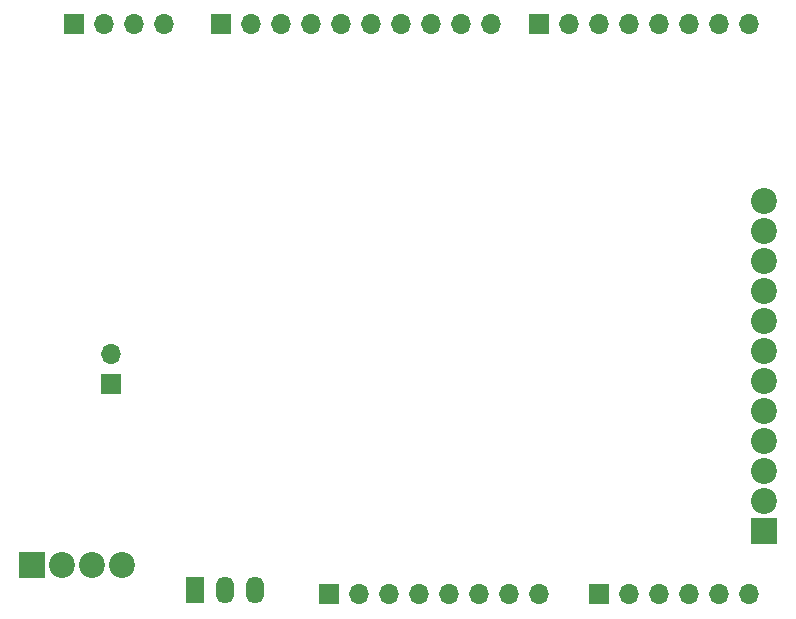
<source format=gbs>
G04 #@! TF.GenerationSoftware,KiCad,Pcbnew,6.0.11-2627ca5db0~126~ubuntu22.04.1*
G04 #@! TF.CreationDate,2024-01-25T08:43:18+01:00*
G04 #@! TF.ProjectId,lmwb_ds18b20,6c6d7762-5f64-4733-9138-6232302e6b69,rev?*
G04 #@! TF.SameCoordinates,Original*
G04 #@! TF.FileFunction,Soldermask,Bot*
G04 #@! TF.FilePolarity,Negative*
%FSLAX46Y46*%
G04 Gerber Fmt 4.6, Leading zero omitted, Abs format (unit mm)*
G04 Created by KiCad (PCBNEW 6.0.11-2627ca5db0~126~ubuntu22.04.1) date 2024-01-25 08:43:18*
%MOMM*%
%LPD*%
G01*
G04 APERTURE LIST*
%ADD10R,1.700000X1.700000*%
%ADD11O,1.700000X1.700000*%
%ADD12R,2.200000X2.200000*%
%ADD13C,2.200000*%
%ADD14R,1.500000X2.300000*%
%ADD15O,1.500000X2.300000*%
G04 APERTURE END LIST*
D10*
X127940000Y-97460000D03*
D11*
X130480000Y-97460000D03*
X133020000Y-97460000D03*
X135560000Y-97460000D03*
X138100000Y-97460000D03*
X140640000Y-97460000D03*
X143180000Y-97460000D03*
X145720000Y-97460000D03*
D10*
X150800000Y-97460000D03*
D11*
X153340000Y-97460000D03*
X155880000Y-97460000D03*
X158420000Y-97460000D03*
X160960000Y-97460000D03*
X163500000Y-97460000D03*
D10*
X118796000Y-49200000D03*
D11*
X121336000Y-49200000D03*
X123876000Y-49200000D03*
X126416000Y-49200000D03*
X128956000Y-49200000D03*
X131496000Y-49200000D03*
X134036000Y-49200000D03*
X136576000Y-49200000D03*
X139116000Y-49200000D03*
X141656000Y-49200000D03*
D10*
X145720000Y-49200000D03*
D11*
X148260000Y-49200000D03*
X150800000Y-49200000D03*
X153340000Y-49200000D03*
X155880000Y-49200000D03*
X158420000Y-49200000D03*
X160960000Y-49200000D03*
X163500000Y-49200000D03*
D10*
X106350000Y-49200000D03*
D11*
X108890000Y-49200000D03*
X111430000Y-49200000D03*
X113970000Y-49200000D03*
D12*
X102800000Y-95020000D03*
D13*
X105340000Y-95020000D03*
X107880000Y-95020000D03*
X110420000Y-95020000D03*
D10*
X109525000Y-79680000D03*
D11*
X109525000Y-77140000D03*
D12*
X164770000Y-92106000D03*
D13*
X164770000Y-89566000D03*
X164770000Y-87026000D03*
X164770000Y-84486000D03*
X164770000Y-81946000D03*
X164770000Y-79406000D03*
X164770000Y-76866000D03*
X164770000Y-74326000D03*
X164770000Y-71786000D03*
X164770000Y-69246000D03*
X164770000Y-66706000D03*
X164770000Y-64166000D03*
D14*
X116603000Y-97127500D03*
D15*
X119143000Y-97127500D03*
X121683000Y-97127500D03*
M02*

</source>
